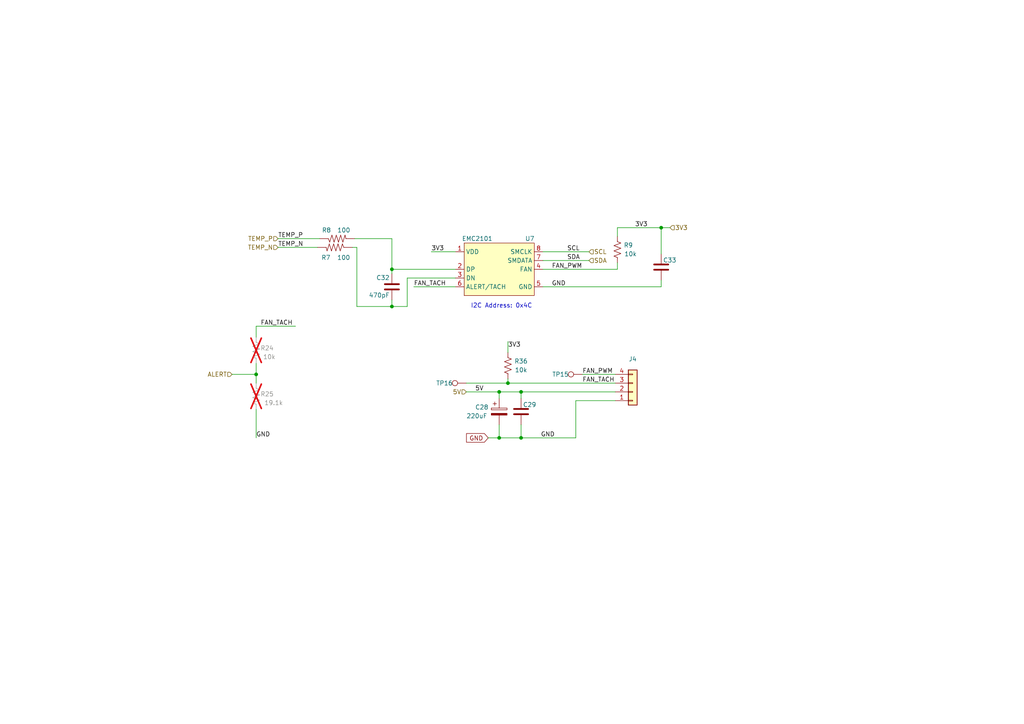
<source format=kicad_sch>
(kicad_sch (version 20230121) (generator eeschema)
  (paper "A4")
  (lib_symbols
    (symbol "Connector:TestPoint" (pin_numbers hide) (pin_names (offset 0.762) hide)
      (property "Reference" "TP" (at 0 6.858 0))
      (property "Value" "TestPoint" (at 0 5.08 0))
      (symbol "TestPoint_0_1"
        (circle (center 0 3.302) (radius 0.762))
      )
      (symbol "TestPoint_1_1"
        (pin passive line (at 0 0 90) (length 2.54) (name "1") (number "1"))
      )
    )
    (symbol "Connector_Generic:Conn_01x04" (pin_names (offset 1.016) hide)
      (property "Reference" "J" (at 0 5.08 0))
      (property "Value" "Conn_01x04" (at 0 -7.62 0))
      (symbol "Conn_01x04_1_1"
        (rectangle (start -1.27 -4.953) (end 0 -5.207) (stroke (width 0.1524)))
        (rectangle (start -1.27 -2.413) (end 0 -2.667) (stroke (width 0.1524)))
        (rectangle (start -1.27 0.127) (end 0 -0.127) (stroke (width 0.1524)))
        (rectangle (start -1.27 2.667) (end 0 2.413) (stroke (width 0.1524)))
        (rectangle (start -1.27 3.81) (end 1.27 -6.35) (stroke (width 0.254)) (fill (type background)))
        (pin passive line (at -5.08 2.54 0) (length 3.81) (name "Pin_1") (number "1"))
        (pin passive line (at -5.08 0 0) (length 3.81) (name "Pin_2") (number "2"))
        (pin passive line (at -5.08 -2.54 0) (length 3.81) (name "Pin_3") (number "3"))
        (pin passive line (at -5.08 -5.08 0) (length 3.81) (name "Pin_4") (number "4"))
      )
    )
    (symbol "DayMiner-eagle-import:RESISTOR0402-RES"
      (property "Reference" "R" (at -3.81 1.4986 0))
      (property "Value" "RESISTOR0402-RES" (at -3.81 -3.302 0))
      (symbol "RESISTOR0402-RES_1_0"
        (polyline (pts (xy -2.54 0) (xy -2.159 1.016)) (stroke (width 0.1524)))
        (polyline (pts (xy -2.159 1.016) (xy -1.524 -1.016)) (stroke (width 0.1524)))
        (polyline (pts (xy -1.524 -1.016) (xy -0.889 1.016)) (stroke (width 0.1524)))
        (polyline (pts (xy -0.889 1.016) (xy -0.254 -1.016)) (stroke (width 0.1524)))
        (polyline (pts (xy -0.254 -1.016) (xy 0.381 1.016)) (stroke (width 0.1524)))
        (polyline (pts (xy 0.381 1.016) (xy 1.016 -1.016)) (stroke (width 0.1524)))
        (polyline (pts (xy 1.016 -1.016) (xy 1.651 1.016)) (stroke (width 0.1524)))
        (polyline (pts (xy 1.651 1.016) (xy 2.286 -1.016)) (stroke (width 0.1524)))
        (polyline (pts (xy 2.286 -1.016) (xy 2.54 0)) (stroke (width 0.1524)))
        (pin passive line (at -5.08 0 0) (length 2.54) (name "1") (number "1"))
        (pin passive line (at 5.08 0 180) (length 2.54) (name "2") (number "2"))
      )
    )
    (symbol "Device:C" (pin_numbers hide) (pin_names (offset 0.254))
      (property "Reference" "C" (at 0.635 2.54 0))
      (property "Value" "C" (at 0.635 -2.54 0))
      (symbol "C_0_1"
        (polyline (pts (xy -2.032 -0.762) (xy 2.032 -0.762)) (stroke (width 0.508)))
        (polyline (pts (xy -2.032 0.762) (xy 2.032 0.762)) (stroke (width 0.508)))
      )
      (symbol "C_1_1"
        (pin passive line (at 0 3.81 270) (length 2.794) (name "~") (number "1"))
        (pin passive line (at 0 -3.81 90) (length 2.794) (name "~") (number "2"))
      )
    )
    (symbol "Device:C_Polarized" (pin_numbers hide) (pin_names (offset 0.254))
      (property "Reference" "C" (at 0.635 2.54 0))
      (property "Value" "C_Polarized" (at 0.635 -2.54 0))
      (symbol "C_Polarized_0_1"
        (rectangle (start -2.286 0.508) (end 2.286 1.016))
        (polyline (pts (xy -1.778 2.286) (xy -0.762 2.286)))
        (polyline (pts (xy -1.27 2.794) (xy -1.27 1.778)))
        (rectangle (start 2.286 -0.508) (end -2.286 -1.016) (fill (type outline)))
      )
      (symbol "C_Polarized_1_1"
        (pin passive line (at 0 3.81 270) (length 2.794) (name "~") (number "1"))
        (pin passive line (at 0 -3.81 90) (length 2.794) (name "~") (number "2"))
      )
    )
    (symbol "Device:R_US" (pin_numbers hide) (pin_names (offset 0))
      (property "Reference" "R" (at 2.54 0 90))
      (property "Value" "R_US" (at -2.54 0 90))
      (symbol "R_US_0_1"
        (polyline (pts (xy 0 -2.286) (xy 0 -2.54)))
        (polyline (pts (xy 0 2.286) (xy 0 2.54)))
        (polyline (pts (xy 0 -0.762) (xy 1.016 -1.143) (xy 0 -1.524) (xy -1.016 -1.905) (xy 0 -2.286)))
        (polyline (pts (xy 0 0.762) (xy 1.016 0.381) (xy 0 0) (xy -1.016 -0.381) (xy 0 -0.762)))
        (polyline (pts (xy 0 2.286) (xy 1.016 1.905) (xy 0 1.524) (xy -1.016 1.143) (xy 0 0.762)))
      )
      (symbol "R_US_1_1"
        (pin passive line (at 0 3.81 270) (length 1.27) (name "~") (number "1"))
        (pin passive line (at 0 -3.81 90) (length 1.27) (name "~") (number "2"))
      )
    )
    (symbol "dayminer:EMC2101"
      (property "Reference" "U" (at 8.89 8.89 0))
      (property "Value" "EMC2101" (at -6.35 8.89 0))
      (symbol "EMC2101_0_1"
        (rectangle (start -10.16 7.62) (end 10.16 -7.62) (stroke (width 0.1524)) (fill (type background)))
      )
      (symbol "EMC2101_1_1"
        (pin power_in line (at -12.7 5.08 0) (length 2.54) (name "VDD") (number "1"))
        (pin input line (at -12.7 0 0) (length 2.54) (name "DP") (number "2"))
        (pin input line (at -12.7 -2.54 0) (length 2.54) (name "DN") (number "3"))
        (pin output line (at 12.7 0 180) (length 2.54) (name "FAN") (number "4"))
        (pin power_in line (at 12.7 -5.08 180) (length 2.54) (name "GND") (number "5"))
        (pin input line (at -12.7 -5.08 0) (length 2.54) (name "ALERT/TACH") (number "6"))
        (pin input line (at 12.7 2.54 180) (length 2.54) (name "SMDATA") (number "7"))
        (pin input line (at 12.7 5.08 180) (length 2.54) (name "SMCLK") (number "8"))
      )
    )
  )
  (junction (at 113.665 78.105))
  (junction (at 74.295 108.585))
  (junction (at 191.77 66.04))
  (junction (at 151.13 113.665))
  (junction (at 147.32 111.125))
  (junction (at 144.78 113.665))
  (junction (at 113.665 88.9))
  (junction (at 144.78 127))
  (junction (at 151.13 127))
  (wire (pts (xy 157.48 73.025) (xy 170.815 73.025)))
  (wire (pts (xy 144.78 123.19) (xy 144.78 127)))
  (wire (pts (xy 135.255 111.125) (xy 147.32 111.125)))
  (wire (pts (xy 144.78 127) (xy 151.13 127)))
  (wire (pts (xy 80.645 71.755) (xy 92.075 71.755)))
  (wire (pts (xy 103.505 88.9) (xy 113.665 88.9)))
  (wire (pts (xy 179.07 66.04) (xy 191.77 66.04)))
  (wire (pts (xy 113.665 69.215) (xy 102.87 69.215)))
  (wire (pts (xy 194.31 66.04) (xy 191.77 66.04)))
  (wire (pts (xy 80.645 69.215) (xy 92.71 69.215)))
  (wire (pts (xy 120.015 83.185) (xy 132.08 83.185)))
  (wire (pts (xy 147.32 111.125) (xy 178.435 111.125)))
  (wire (pts (xy 147.32 99.06) (xy 147.32 102.235)))
  (wire (pts (xy 157.48 75.565) (xy 170.815 75.565)))
  (wire (pts (xy 144.78 113.665) (xy 151.13 113.665)))
  (wire (pts (xy 167.005 116.205) (xy 167.005 127)))
  (wire (pts (xy 132.08 78.105) (xy 113.665 78.105)))
  (wire (pts (xy 125.095 73.025) (xy 132.08 73.025)))
  (wire (pts (xy 118.11 88.9) (xy 118.11 80.645)))
  (wire (pts (xy 191.77 81.28) (xy 191.77 83.185)))
  (wire (pts (xy 103.505 71.755) (xy 102.235 71.755)))
  (wire (pts (xy 113.665 78.105) (xy 113.665 79.375)))
  (wire (pts (xy 74.295 105.41) (xy 74.295 108.585)))
  (wire (pts (xy 191.77 66.04) (xy 191.77 73.66)))
  (wire (pts (xy 113.665 78.105) (xy 113.665 69.215)))
  (wire (pts (xy 179.07 66.04) (xy 179.07 68.58)))
  (wire (pts (xy 151.13 113.665) (xy 151.13 115.57)))
  (wire (pts (xy 113.665 88.9) (xy 118.11 88.9)))
  (wire (pts (xy 179.07 78.105) (xy 179.07 76.2)))
  (wire (pts (xy 74.295 108.585) (xy 74.295 111.125)))
  (wire (pts (xy 167.005 116.205) (xy 178.435 116.205)))
  (wire (pts (xy 103.505 71.755) (xy 103.505 88.9)))
  (wire (pts (xy 168.91 108.585) (xy 178.435 108.585)))
  (wire (pts (xy 151.13 113.665) (xy 178.435 113.665)))
  (wire (pts (xy 67.31 108.585) (xy 74.295 108.585)))
  (wire (pts (xy 157.48 83.185) (xy 191.77 83.185)))
  (wire (pts (xy 147.32 109.855) (xy 147.32 111.125)))
  (wire (pts (xy 74.295 97.79) (xy 74.295 94.615)))
  (wire (pts (xy 157.48 78.105) (xy 179.07 78.105)))
  (wire (pts (xy 135.255 113.665) (xy 144.78 113.665)))
  (wire (pts (xy 132.08 80.645) (xy 118.11 80.645)))
  (wire (pts (xy 141.605 127) (xy 144.78 127)))
  (wire (pts (xy 144.78 113.665) (xy 144.78 115.57)))
  (wire (pts (xy 151.13 127) (xy 167.005 127)))
  (wire (pts (xy 113.665 86.995) (xy 113.665 88.9)))
  (wire (pts (xy 74.295 94.615) (xy 85.725 94.615)))
  (wire (pts (xy 151.13 123.19) (xy 151.13 127)))
  (wire (pts (xy 74.295 118.745) (xy 74.295 127)))
  (text "I2C Address: 0x4C" (at 136.525 89.535 0) (effects (font (size 1.27 1.27)) (justify left bottom)))
  (label "GND" (at 74.295 127 0))
  (label "FAN_PWM" (at 160.02 78.105 0))
  (label "TEMP_P" (at 80.645 69.215 0))
  (label "GND" (at 160.02 83.185 0))
  (label "SCL" (at 164.465 73.025 0))
  (label "FAN_TACH" (at 120.015 83.185 0))
  (label "GND" (at 156.845 127 0))
  (label "3V3" (at 147.32 100.965 0))
  (label "FAN_PWM" (at 168.91 108.585 0))
  (label "3V3" (at 184.15 66.04 0))
  (label "3V3" (at 125.095 73.025 0))
  (label "TEMP_N" (at 80.645 71.755 0))
  (label "5V" (at 137.795 113.665 0))
  (label "SDA" (at 164.465 75.565 0))
  (label "FAN_TACH" (at 75.565 94.615 0))
  (label "FAN_TACH" (at 168.91 111.125 0))
  (global_label "GND" (shape input) (at 141.605 127 180) (property "Intersheetrefs" "${INTERSHEET_REFS}" (effects hide)))
  (hierarchical_label "5V" (shape input) (at 135.255 113.665 180))
  (hierarchical_label "TEMP_P" (shape input) (at 80.645 69.215 180))
  (hierarchical_label "ALERT" (shape input) (at 67.31 108.585 180))
  (hierarchical_label "SCL" (shape input) (at 170.815 73.025 0))
  (hierarchical_label "TEMP_N" (shape input) (at 80.645 71.755 180))
  (hierarchical_label "SDA" (shape input) (at 170.815 75.565 0))
  (hierarchical_label "3V3" (shape input) (at 194.31 66.04 0))
  (symbol (lib_id "Connector:TestPoint") (at 168.91 108.585 90) (mirror x) (unit 1) (in_bom no)
    (property "Reference" "TP15" (at 162.56 108.585 90))
    (property "Value" "TestPoint" (effects hide))
    (property "Footprint" "TestPoint:TestPoint_Pad_D1.5mm" (effects hide))
  )
  (symbol (lib_id "Device:R_US") (at 147.32 106.045 180) (unit 1)
    (property "Reference" "R36" (at 151.13 104.775 0))
    (property "Value" "10k" (at 151.13 107.315 0))
    (property "Footprint" "Resistor_SMD:R_0402_1005Metric" (effects hide))
    (property "DK" "311-10KJRCT-ND" (effects hide))
    (property "PARTNO" "RC0402JR-0710KL" (effects hide))
  )
  (symbol (lib_id "Device:C") (at 191.77 77.47 0) (mirror y) (unit 1)
    (property "Reference" "C33" (at 196.215 76.2 0) (effects (justify left bottom)))
    (property "Value" "0.1uF" (at 198.12 80.645 0) (effects (justify left bottom)))
    (property "Footprint" "Capacitor_SMD:C_0402_1005Metric" (effects hide))
    (property "Value" "311-3342-1-ND" (effects hide))
    (property "DK" "1292-1639-1-ND" (effects hide))
    (property "PARTNO" "0402X104K100CT" (effects hide))
  )
  (symbol (lib_id "Device:C") (at 151.13 119.38 0) (mirror y) (unit 1)
    (property "Reference" "C29" (at 155.575 118.11 0) (effects (justify left bottom)))
    (property "Value" "0.1uF" (at 157.48 122.555 0) (effects (justify left bottom)))
    (property "Footprint" "Capacitor_SMD:C_0402_1005Metric" (effects hide))
    (property "Value" "311-3342-1-ND" (effects hide))
    (property "DK" "1292-1639-1-ND" (effects hide))
    (property "PARTNO" "0402X104K100CT" (effects hide))
  )
  (symbol (lib_id "Device:R_US") (at 74.295 101.6 180) (unit 1) (dnp yes)
    (property "Reference" "R24" (at 77.47 100.965 0))
    (property "Value" "10k" (at 78.105 103.505 0))
    (property "Footprint" "Resistor_SMD:R_0402_1005Metric" (effects hide))
    (property "DK" "311-10KJRCT-ND" (effects hide))
    (property "PARTNO" "RC0402JR-0710KL" (effects hide))
  )
  (symbol (lib_id "DayMiner-eagle-import:RESISTOR0402-RES") (at 97.79 69.215 0) (mirror x) (unit 1)
    (property "Reference" "R8" (at 93.345 66.04 0) (effects (justify left bottom)))
    (property "Value" "100" (at 97.79 66.04 0) (effects (justify left bottom)))
    (property "Footprint" "Resistor_SMD:R_0402_1005Metric" (effects hide))
    (property "DK" "RMCF0402FT100RCT-ND" (effects hide))
    (property "PARTNO" "RMCF0402FT100R" (effects hide))
  )
  (symbol (lib_id "Connector_Generic:Conn_01x04") (at 183.515 113.665 0) (mirror x) (unit 1)
    (property "Reference" "J4" (at 183.515 104.14 0))
    (property "Value" "Conn_01x04" (effects hide))
    (property "Footprint" "bitaxe:470531000" (effects hide))
    (property "PARTNO" "0470531000" (effects hide))
    (property "DK" "WM4330-ND" (effects hide))
  )
  (symbol (lib_id "Device:R_US") (at 74.295 114.935 180) (unit 1) (dnp yes)
    (property "Reference" "R25" (at 77.47 114.3 0))
    (property "Value" "19.1k" (at 79.375 116.84 0))
    (property "Footprint" "Resistor_SMD:R_0402_1005Metric" (effects hide))
    (property "DK" "YAG3027CT-ND" (effects hide))
    (property "PARTNO" "RC0402FR-0719R1L" (effects hide))
  )
  (symbol (lib_id "Device:C") (at 113.665 83.185 0) (mirror y) (unit 1)
    (property "Reference" "C32" (at 113.03 81.28 0) (effects (justify left bottom)))
    (property "Value" "470pF" (at 113.03 86.36 0) (effects (justify left bottom)))
    (property "Footprint" "Capacitor_SMD:C_0402_1005Metric" (effects hide))
    (property "DK" "1276-1566-1-ND" (effects hide))
    (property "PARTNO" "CL05B471KB5NNNC" (effects hide))
  )
  (symbol (lib_id "Connector:TestPoint") (at 135.255 111.125 90) (mirror x) (unit 1) (in_bom no)
    (property "Reference" "TP16" (at 128.905 111.125 90))
    (property "Value" "TestPoint" (effects hide))
    (property "Footprint" "TestPoint:TestPoint_Pad_D1.5mm" (effects hide))
  )
  (symbol (lib_id "DayMiner-eagle-import:RESISTOR0402-RES") (at 97.155 71.755 0) (mirror y) (unit 1)
    (property "Reference" "R7" (at 95.885 75.435 0) (effects (justify left bottom)))
    (property "Value" "100" (at 101.6 75.435 0) (effects (justify left bottom)))
    (property "Footprint" "Resistor_SMD:R_0402_1005Metric" (effects hide))
    (property "DK" "RMCF0402FT100RCT-ND" (effects hide))
    (property "PARTNO" "RMCF0402FT100R" (effects hide))
  )
  (symbol (lib_id "Device:C_Polarized") (at 144.78 119.38 0) (unit 1)
    (property "Reference" "C28" (at 137.795 118.11 0) (effects (justify left)))
    (property "Value" "220uF" (at 135.255 120.65 0) (effects (justify left)))
    (property "Footprint" "Capacitor_SMD:CP_Elec_6.3x7.7" (effects hide))
    (property "DK" "732-8422-1-ND" (effects hide))
    (property "PARTNO" "865080345012" (effects hide))
  )
  (symbol (lib_id "Device:R_US") (at 179.07 72.39 180) (unit 1)
    (property "Reference" "R9" (at 182.245 71.12 0))
    (property "Value" "10k" (at 182.88 73.66 0))
    (property "Footprint" "Resistor_SMD:R_0402_1005Metric" (effects hide))
    (property "DK" "311-10KJRCT-ND" (effects hide))
    (property "PARTNO" "RC0402JR-0710KL" (effects hide))
  )
  (symbol (lib_id "dayminer:EMC2101") (at 144.78 78.105 0) (unit 1)
    (property "Reference" "U7" (at 153.67 69.215 0))
    (property "Value" "EMC2101" (at 138.43 69.215 0))
    (property "Footprint" "Package_SO:TSSOP-8_3x3mm_P0.65mm" (effects hide))
    (property "Datasheet" "https://ww1.microchip.com/downloads/en/DeviceDoc/2101.pdf" (effects hide))
    (property "DK" "EMC2101-R-ACZL-CT-ND" (effects hide))
    (property "PARTNO" "EMC2101-R-ACZL-TR" (effects hide))
  )
)
</source>
